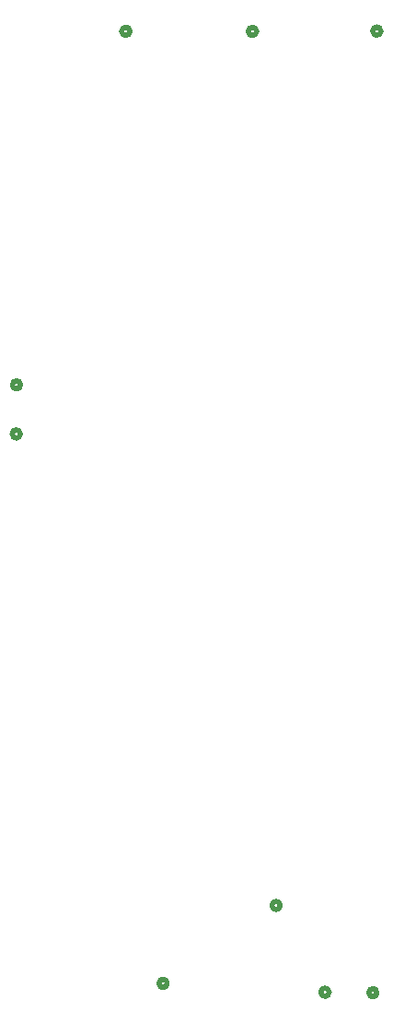
<source format=gbr>
%TF.GenerationSoftware,KiCad,Pcbnew,9.0.2*%
%TF.CreationDate,2025-08-16T18:35:03-07:00*%
%TF.ProjectId,Transmitter,5472616e-736d-4697-9474-65722e6b6963,rev?*%
%TF.SameCoordinates,Original*%
%TF.FileFunction,Legend,Bot*%
%TF.FilePolarity,Positive*%
%FSLAX46Y46*%
G04 Gerber Fmt 4.6, Leading zero omitted, Abs format (unit mm)*
G04 Created by KiCad (PCBNEW 9.0.2) date 2025-08-16 18:35:03*
%MOMM*%
%LPD*%
G01*
G04 APERTURE LIST*
%ADD10C,0.508000*%
G04 APERTURE END LIST*
D10*
%TO.C,J6*%
X118181000Y-121613500D02*
G75*
G02*
X117419000Y-121613500I-381000J0D01*
G01*
X117419000Y-121613500D02*
G75*
G02*
X118181000Y-121613500I381000J0D01*
G01*
%TO.C,J7*%
X122581000Y-121657400D02*
G75*
G02*
X121819000Y-121657400I-381000J0D01*
G01*
X121819000Y-121657400D02*
G75*
G02*
X122581000Y-121657400I381000J0D01*
G01*
%TO.C,J2*%
X99861000Y-33427400D02*
G75*
G02*
X99099000Y-33427400I-381000J0D01*
G01*
X99099000Y-33427400D02*
G75*
G02*
X99861000Y-33427400I381000J0D01*
G01*
%TO.C,U1*%
X113681000Y-113650100D02*
G75*
G02*
X112919000Y-113650100I-381000J0D01*
G01*
X112919000Y-113650100D02*
G75*
G02*
X113681000Y-113650100I381000J0D01*
G01*
%TO.C,J9*%
X89797500Y-65868550D02*
G75*
G02*
X89035500Y-65868550I-381000J0D01*
G01*
X89035500Y-65868550D02*
G75*
G02*
X89797500Y-65868550I381000J0D01*
G01*
%TO.C,J1*%
X103281000Y-120805000D02*
G75*
G02*
X102519000Y-120805000I-381000J0D01*
G01*
X102519000Y-120805000D02*
G75*
G02*
X103281000Y-120805000I381000J0D01*
G01*
%TO.C,J4*%
X111501000Y-33437400D02*
G75*
G02*
X110739000Y-33437400I-381000J0D01*
G01*
X110739000Y-33437400D02*
G75*
G02*
X111501000Y-33437400I381000J0D01*
G01*
%TO.C,J8*%
X89777500Y-70378550D02*
G75*
G02*
X89015500Y-70378550I-381000J0D01*
G01*
X89015500Y-70378550D02*
G75*
G02*
X89777500Y-70378550I381000J0D01*
G01*
%TO.C,J5*%
X122941000Y-33407400D02*
G75*
G02*
X122179000Y-33407400I-381000J0D01*
G01*
X122179000Y-33407400D02*
G75*
G02*
X122941000Y-33407400I381000J0D01*
G01*
%TD*%
M02*

</source>
